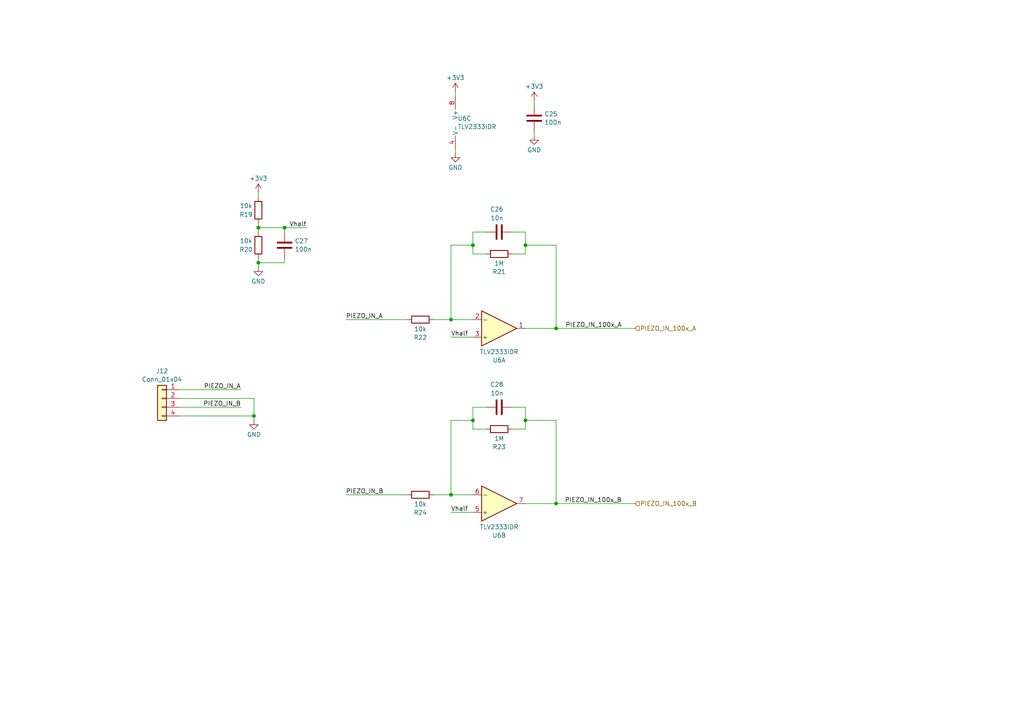
<source format=kicad_sch>
(kicad_sch (version 20250114) (generator "eeschema") (generator_version "9.0")
  (paper "A4")
  (lib_symbols
    (symbol "Amplifier_Operational:MCP6002-xSN" (pin_names (offset 0.127))
      (property "Reference" "U" (at 0 5.08 0))
      (property "Value" "MCP6002-xSN" (at 0 -5.08 0))
      (symbol "MCP6002-xSN_1_1"
        (polyline (pts (xy -5.08 5.08) (xy 5.08 0) (xy -5.08 -5.08) (xy -5.08 5.08)) (stroke (width 0.254)) (fill (type background)))
        (pin input line (at -7.62 2.54 0) (length 2.54) (name "+") (number "3"))
        (pin input line (at -7.62 -2.54 0) (length 2.54) (name "-") (number "2"))
        (pin output line (at 7.62 0 180) (length 2.54) (name "~") (number "1"))
      )
      (symbol "MCP6002-xSN_2_1"
        (polyline (pts (xy -5.08 5.08) (xy 5.08 0) (xy -5.08 -5.08) (xy -5.08 5.08)) (stroke (width 0.254)) (fill (type background)))
        (pin input line (at -7.62 2.54 0) (length 2.54) (name "+") (number "5"))
        (pin input line (at -7.62 -2.54 0) (length 2.54) (name "-") (number "6"))
        (pin output line (at 7.62 0 180) (length 2.54) (name "~") (number "7"))
      )
      (symbol "MCP6002-xSN_3_1"
        (pin power_in line (at -2.54 7.62 270) (length 3.81) (name "V+") (number "8"))
        (pin power_in line (at -2.54 -7.62 90) (length 3.81) (name "V-") (number "4"))
      )
    )
    (symbol "Connector_Generic:Conn_01x04" (pin_names (offset 1.016) (hide yes))
      (property "Reference" "J" (at 0 5.08 0))
      (property "Value" "Conn_01x04" (at 0 -7.62 0))
      (symbol "Conn_01x04_1_1"
        (rectangle (start -1.27 3.81) (end 1.27 -6.35) (stroke (width 0.254)) (fill (type background)))
        (rectangle (start -1.27 2.667) (end 0 2.413) (stroke (width 0.1524)))
        (rectangle (start -1.27 0.127) (end 0 -0.127) (stroke (width 0.1524)))
        (rectangle (start -1.27 -2.413) (end 0 -2.667) (stroke (width 0.1524)))
        (rectangle (start -1.27 -4.953) (end 0 -5.207) (stroke (width 0.1524)))
        (pin passive line (at -5.08 2.54 0) (length 3.81) (name "Pin_1") (number "1"))
        (pin passive line (at -5.08 0 0) (length 3.81) (name "Pin_2") (number "2"))
        (pin passive line (at -5.08 -2.54 0) (length 3.81) (name "Pin_3") (number "3"))
        (pin passive line (at -5.08 -5.08 0) (length 3.81) (name "Pin_4") (number "4"))
      )
    )
    (symbol "Device:C" (pin_numbers (hide yes)) (pin_names (offset 0.254))
      (property "Reference" "C" (at 0.635 2.54 0))
      (property "Value" "C" (at 0.635 -2.54 0))
      (symbol "C_0_1"
        (polyline (pts (xy -2.032 0.762) (xy 2.032 0.762)) (stroke (width 0.508)))
        (polyline (pts (xy -2.032 -0.762) (xy 2.032 -0.762)) (stroke (width 0.508)))
      )
      (symbol "C_1_1"
        (pin passive line (at 0 3.81 270) (length 2.794) (name "~") (number "1"))
        (pin passive line (at 0 -3.81 90) (length 2.794) (name "~") (number "2"))
      )
    )
    (symbol "Device:R" (pin_numbers (hide yes)) (pin_names (offset 0))
      (property "Reference" "R" (at 2.032 0 90))
      (property "Value" "R" (at 0 0 90))
      (symbol "R_0_1"
        (rectangle (start -1.016 -2.54) (end 1.016 2.54) (stroke (width 0.254)))
      )
      (symbol "R_1_1"
        (pin passive line (at 0 3.81 270) (length 1.27) (name "~") (number "1"))
        (pin passive line (at 0 -3.81 90) (length 1.27) (name "~") (number "2"))
      )
    )
    (symbol "power:+3V3" (power) (pin_names (offset 0))
      (property "Value" "+3V3" (at 0 3.556 0))
      (symbol "+3V3_0_1"
        (polyline (pts (xy -0.762 1.27) (xy 0 2.54)))
        (polyline (pts (xy 0 2.54) (xy 0.762 1.27)))
        (polyline (pts (xy 0 0) (xy 0 2.54)))
      )
      (symbol "+3V3_1_1"
        (pin power_in line (at 0 0 90) (length 0) (hide yes) (name "+3V3") (number "1"))
      )
    )
    (symbol "power:GND" (power) (pin_numbers (hide yes)) (pin_names (offset 0) (hide yes))
      (property "Value" "GND" (at 0 -3.81 0))
      (symbol "GND_0_1"
        (polyline (pts (xy 0 0) (xy 0 -1.27) (xy 1.27 -1.27) (xy 0 -2.54) (xy -1.27 -1.27) (xy 0 -1.27)))
      )
      (symbol "GND_1_1"
        (pin power_in line (at 0 0 270) (length 0) (name "~") (number "1"))
      )
    )
  )
  (junction (at 130.81 143.51))
  (junction (at 74.93 66.04))
  (junction (at 82.55 66.04))
  (junction (at 152.4 121.92))
  (junction (at 73.66 120.65))
  (junction (at 152.4 71.12))
  (junction (at 137.16 121.92))
  (junction (at 74.93 76.2))
  (junction (at 161.29 95.25))
  (junction (at 161.29 146.05))
  (junction (at 137.16 71.12))
  (junction (at 130.81 92.71))
  (wire (pts (xy 73.66 121.92) (xy 73.66 120.65)))
  (wire (pts (xy 137.16 118.11) (xy 137.16 121.92)))
  (wire (pts (xy 152.4 71.12) (xy 152.4 73.66)))
  (wire (pts (xy 130.81 71.12) (xy 130.81 92.71)))
  (wire (pts (xy 137.16 121.92) (xy 137.16 124.46)))
  (wire (pts (xy 74.93 76.2) (xy 74.93 74.93)))
  (wire (pts (xy 137.16 124.46) (xy 140.97 124.46)))
  (wire (pts (xy 161.29 71.12) (xy 161.29 95.25)))
  (wire (pts (xy 74.93 55.88) (xy 74.93 57.15)))
  (wire (pts (xy 154.94 39.37) (xy 154.94 38.1)))
  (wire (pts (xy 100.33 92.71) (xy 118.11 92.71)))
  (wire (pts (xy 132.08 44.45) (xy 132.08 43.18)))
  (wire (pts (xy 152.4 124.46) (xy 148.59 124.46)))
  (wire (pts (xy 74.93 76.2) (xy 82.55 76.2)))
  (wire (pts (xy 137.16 71.12) (xy 130.81 71.12)))
  (wire (pts (xy 130.81 92.71) (xy 137.16 92.71)))
  (wire (pts (xy 100.33 143.51) (xy 118.11 143.51)))
  (wire (pts (xy 152.4 95.25) (xy 161.29 95.25)))
  (wire (pts (xy 140.97 67.31) (xy 137.16 67.31)))
  (wire (pts (xy 130.81 148.59) (xy 137.16 148.59)))
  (wire (pts (xy 152.4 73.66) (xy 148.59 73.66)))
  (wire (pts (xy 140.97 118.11) (xy 137.16 118.11)))
  (wire (pts (xy 52.07 115.57) (xy 73.66 115.57)))
  (wire (pts (xy 161.29 146.05) (xy 184.15 146.05)))
  (wire (pts (xy 74.93 64.77) (xy 74.93 66.04)))
  (wire (pts (xy 152.4 121.92) (xy 161.29 121.92)))
  (wire (pts (xy 73.66 115.57) (xy 73.66 120.65)))
  (wire (pts (xy 137.16 67.31) (xy 137.16 71.12)))
  (wire (pts (xy 137.16 121.92) (xy 130.81 121.92)))
  (wire (pts (xy 74.93 77.47) (xy 74.93 76.2)))
  (wire (pts (xy 82.55 66.04) (xy 88.9 66.04)))
  (wire (pts (xy 130.81 92.71) (xy 125.73 92.71)))
  (wire (pts (xy 73.66 120.65) (xy 52.07 120.65)))
  (wire (pts (xy 82.55 66.04) (xy 82.55 67.31)))
  (wire (pts (xy 130.81 143.51) (xy 137.16 143.51)))
  (wire (pts (xy 161.29 121.92) (xy 161.29 146.05)))
  (wire (pts (xy 130.81 121.92) (xy 130.81 143.51)))
  (wire (pts (xy 74.93 66.04) (xy 74.93 67.31)))
  (wire (pts (xy 137.16 73.66) (xy 140.97 73.66)))
  (wire (pts (xy 161.29 95.25) (xy 184.15 95.25)))
  (wire (pts (xy 148.59 118.11) (xy 152.4 118.11)))
  (wire (pts (xy 69.85 118.11) (xy 52.07 118.11)))
  (wire (pts (xy 69.85 113.03) (xy 52.07 113.03)))
  (wire (pts (xy 152.4 118.11) (xy 152.4 121.92)))
  (wire (pts (xy 137.16 71.12) (xy 137.16 73.66)))
  (wire (pts (xy 132.08 26.67) (xy 132.08 27.94)))
  (wire (pts (xy 152.4 121.92) (xy 152.4 124.46)))
  (wire (pts (xy 148.59 67.31) (xy 152.4 67.31)))
  (wire (pts (xy 74.93 66.04) (xy 82.55 66.04)))
  (wire (pts (xy 152.4 71.12) (xy 161.29 71.12)))
  (wire (pts (xy 130.81 143.51) (xy 125.73 143.51)))
  (wire (pts (xy 82.55 76.2) (xy 82.55 74.93)))
  (wire (pts (xy 154.94 29.21) (xy 154.94 30.48)))
  (wire (pts (xy 161.29 146.05) (xy 152.4 146.05)))
  (wire (pts (xy 152.4 67.31) (xy 152.4 71.12)))
  (wire (pts (xy 130.81 97.79) (xy 137.16 97.79)))
  (label "Vhalf" (at 88.9 66.04 180))
  (label "PIEZO_IN_B" (at 69.85 118.11 180))
  (label "PIEZO_IN_B" (at 100.33 143.51 0))
  (label "PIEZO_IN_100x_B" (at 180.34 146.05 180))
  (label "PIEZO_IN_A" (at 100.33 92.71 0))
  (label "Vhalf" (at 130.81 148.59 0))
  (label "PIEZO_IN_A" (at 69.85 113.03 180))
  (label "Vhalf" (at 130.81 97.79 0))
  (label "PIEZO_IN_100x_A" (at 180.34 95.25 180))
  (hierarchical_label "PIEZO_IN_100x_A" (shape input) (at 184.15 95.25 0))
  (hierarchical_label "PIEZO_IN_100x_B" (shape input) (at 184.15 146.05 0))
  (symbol (lib_id "Device:R") (at 121.92 92.71 90) (mirror x) (unit 1)
    (property "Reference" "R22" (at 121.92 97.8705 90))
    (property "Value" "10k" (at 121.92 95.4462 90))
    (property "Footprint" "Resistor_SMD:R_0603_1608Metric" (effects (hide yes)))
    (property "LCSC" "C25804" (effects (hide yes)))
  )
  (symbol (lib_id "Connector_Generic:Conn_01x04") (at 46.99 115.57 0) (mirror y) (unit 1)
    (property "Reference" "J12" (at 46.99 107.6155 0))
    (property "Value" "Conn_01x04" (at 46.99 110.0398 0))
    (property "Footprint" "Connector_PinSocket_2.54mm:PinSocket_1x04_P2.54mm_Vertical" (effects (hide yes)))
    (property "Description" "Generic connector, single row, 01x04, script generated (kicad-library-utils/schlib/autogen/connector/)" (effects (hide yes)))
  )
  (symbol (lib_id "Device:C") (at 82.55 71.12 0) (unit 1)
    (property "Reference" "C27" (at 85.471 69.9079 0) (effects (justify left)))
    (property "Value" "100n" (at 85.471 72.3321 0) (effects (justify left)))
    (property "Footprint" "Capacitor_SMD:C_0402_1005Metric" (effects (hide yes)))
    (property "LCSC" "C307331" (effects (hide yes)))
  )
  (symbol (lib_id "Device:C") (at 144.78 67.31 90) (unit 1)
    (property "Reference" "C26" (at 146.05 60.706 90) (effects (justify left)))
    (property "Value" "10n" (at 146.05 63.246 90) (effects (justify left)))
    (property "Footprint" "Capacitor_SMD:C_0603_1608Metric" (effects (hide yes)))
    (property "LCSC" "C57112" (effects (hide yes)))
  )
  (symbol (lib_id "power:GND") (at 132.08 44.45 0) (unit 1)
    (property "Reference" "#PWR053" (effects (hide yes)))
    (property "Value" "GND" (at 132.08 48.5831 0))
    (property "Description" "Power symbol creates a global label with name \"GND\" , ground" (effects (hide yes)))
  )
  (symbol (lib_id "power:GND") (at 74.93 77.47 0) (unit 1)
    (property "Reference" "#PWR055" (effects (hide yes)))
    (property "Value" "GND" (at 74.93 81.6031 0))
    (property "Description" "Power symbol creates a global label with name \"GND\" , ground" (effects (hide yes)))
  )
  (symbol (lib_id "power:+3V3") (at 74.93 55.88 0) (unit 1)
    (property "Reference" "#PWR054" (effects (hide yes)))
    (property "Value" "+3V3" (at 74.93 51.7469 0))
  )
  (symbol (lib_id "Device:R") (at 74.93 71.12 0) (mirror x) (unit 1)
    (property "Reference" "R20" (at 71.374 72.39 0))
    (property "Value" "10k" (at 71.374 69.85 0))
    (property "Footprint" "Resistor_SMD:R_0603_1608Metric" (effects (hide yes)))
    (property "LCSC" "C25804" (effects (hide yes)))
  )
  (symbol (lib_id "Device:R") (at 144.78 124.46 90) (mirror x) (unit 1)
    (property "Reference" "R23" (at 144.78 129.6205 90))
    (property "Value" "1M" (at 144.78 127.1962 90))
    (property "Footprint" "Resistor_SMD:R_0603_1608Metric" (effects (hide yes)))
    (property "LCSC" "C22935" (effects (hide yes)))
  )
  (symbol (lib_id "Device:R") (at 144.78 73.66 90) (mirror x) (unit 1)
    (property "Reference" "R21" (at 144.78 78.8205 90))
    (property "Value" "1M" (at 144.78 76.3962 90))
    (property "Footprint" "Resistor_SMD:R_0603_1608Metric" (effects (hide yes)))
    (property "LCSC" "C22935" (effects (hide yes)))
  )
  (symbol (lib_id "power:+3V3") (at 154.94 29.21 0) (unit 1)
    (property "Reference" "#PWR051" (effects (hide yes)))
    (property "Value" "+3V3" (at 154.94 25.0769 0))
  )
  (symbol (lib_id "power:GND") (at 73.66 121.92 0) (unit 1)
    (property "Reference" "#PWR068" (effects (hide yes)))
    (property "Value" "GND" (at 73.66 126.0531 0))
    (property "Description" "Power symbol creates a global label with name \"GND\" , ground" (effects (hide yes)))
  )
  (symbol (lib_id "power:GND") (at 154.94 39.37 0) (unit 1)
    (property "Reference" "#PWR052" (effects (hide yes)))
    (property "Value" "GND" (at 154.94 43.5031 0))
    (property "Description" "Power symbol creates a global label with name \"GND\" , ground" (effects (hide yes)))
  )
  (symbol (lib_id "power:+3V3") (at 132.08 26.67 0) (unit 1)
    (property "Reference" "#PWR050" (effects (hide yes)))
    (property "Value" "+3V3" (at 132.08 22.5369 0))
  )
  (symbol (lib_id "Amplifier_Operational:MCP6002-xSN") (at 144.78 95.25 0) (mirror x) (unit 1)
    (property "Reference" "U6" (at 144.78 104.4745 0))
    (property "Value" "TLV2333IDR" (at 144.78 102.0502 0))
    (property "Footprint" "Package_SO:SOIC-8_3.9x4.9mm_P1.27mm" (effects (hide yes)))
    (property "Datasheet" "http://ww1.microchip.com/downloads/en/DeviceDoc/21733j.pdf" (effects (hide yes)))
    (property "Description" "1MHz, Low-Power Op Amp, SOIC-8" (effects (hide yes)))
    (property "LCSC" "C176649" (effects (hide yes)))
  )
  (symbol (lib_id "Device:R") (at 74.93 60.96 0) (mirror x) (unit 1)
    (property "Reference" "R19" (at 71.374 62.23 0))
    (property "Value" "10k" (at 71.374 59.69 0))
    (property "Footprint" "Resistor_SMD:R_0603_1608Metric" (effects (hide yes)))
    (property "LCSC" "C25804" (effects (hide yes)))
  )
  (symbol (lib_id "Amplifier_Operational:MCP6002-xSN") (at 144.78 146.05 0) (mirror x) (unit 2)
    (property "Reference" "U6" (at 144.78 155.2745 0))
    (property "Value" "TLV2333IDR" (at 144.78 152.8502 0))
    (property "Footprint" "Package_SO:SOIC-8_3.9x4.9mm_P1.27mm" (effects (hide yes)))
    (property "Datasheet" "http://ww1.microchip.com/downloads/en/DeviceDoc/21733j.pdf" (effects (hide yes)))
    (property "Description" "1MHz, Low-Power Op Amp, SOIC-8" (effects (hide yes)))
    (property "LCSC" "C176649" (effects (hide yes)))
  )
  (symbol (lib_id "Amplifier_Operational:MCP6002-xSN") (at 134.62 35.56 0) (unit 3)
    (property "Reference" "U6" (at 132.715 34.3478 0) (effects (justify left)))
    (property "Value" "TLV2333IDR" (at 132.715 36.7721 0) (effects (justify left)))
    (property "Footprint" "Package_SO:SOIC-8_3.9x4.9mm_P1.27mm" (effects (hide yes)))
    (property "Datasheet" "http://ww1.microchip.com/downloads/en/DeviceDoc/21733j.pdf" (effects (hide yes)))
    (property "Description" "1MHz, Low-Power Op Amp, SOIC-8" (effects (hide yes)))
    (property "LCSC" "C176649" (effects (hide yes)))
  )
  (symbol (lib_id "Device:C") (at 154.94 34.29 0) (unit 1)
    (property "Reference" "C25" (at 157.861 33.0779 0) (effects (justify left)))
    (property "Value" "100n" (at 157.861 35.5021 0) (effects (justify left)))
    (property "Footprint" "Capacitor_SMD:C_0402_1005Metric" (effects (hide yes)))
    (property "LCSC" "C307331" (effects (hide yes)))
  )
  (symbol (lib_id "Device:R") (at 121.92 143.51 90) (mirror x) (unit 1)
    (property "Reference" "R24" (at 121.92 148.6705 90))
    (property "Value" "10k" (at 121.92 146.2462 90))
    (property "Footprint" "Resistor_SMD:R_0603_1608Metric" (effects (hide yes)))
    (property "LCSC" "C25804" (effects (hide yes)))
  )
  (symbol (lib_id "Device:C") (at 144.78 118.11 90) (unit 1)
    (property "Reference" "C28" (at 146.05 111.506 90) (effects (justify left)))
    (property "Value" "10n" (at 146.05 114.046 90) (effects (justify left)))
    (property "Footprint" "Capacitor_SMD:C_0603_1608Metric" (effects (hide yes)))
    (property "LCSC" "C57112" (effects (hide yes)))
  )
)
</source>
